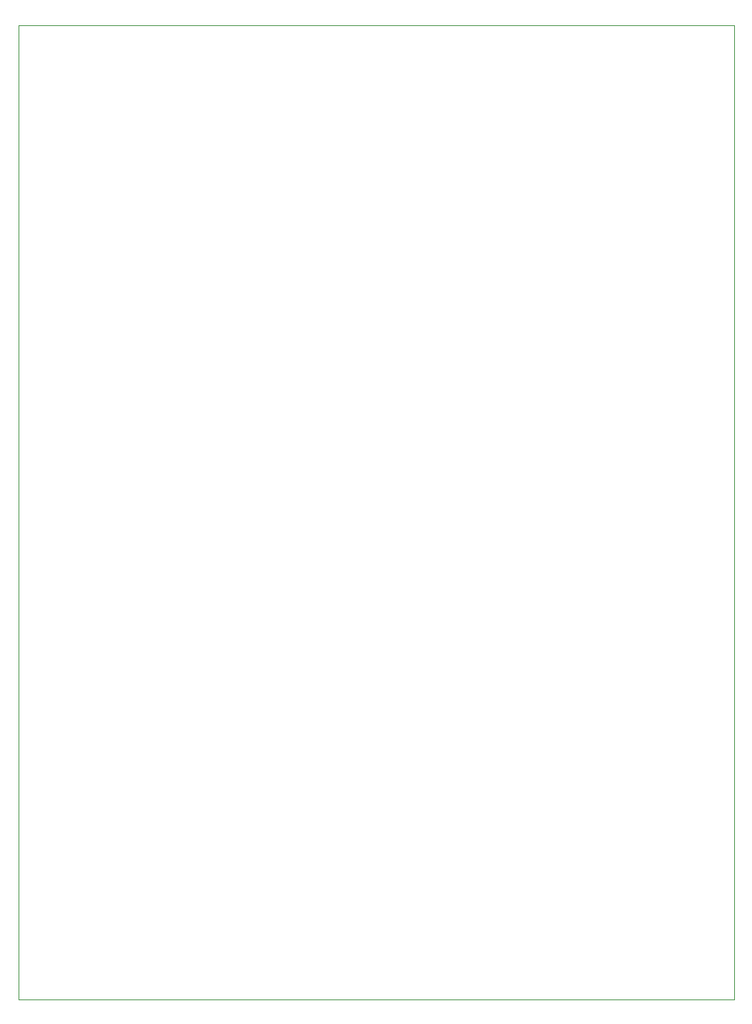
<source format=gm1>
G04 #@! TF.GenerationSoftware,KiCad,Pcbnew,8.0.2-1*
G04 #@! TF.CreationDate,2024-06-17T09:08:22+02:00*
G04 #@! TF.ProjectId,vixen,76697865-6e2e-46b6-9963-61645f706362,rev?*
G04 #@! TF.SameCoordinates,Original*
G04 #@! TF.FileFunction,Profile,NP*
%FSLAX46Y46*%
G04 Gerber Fmt 4.6, Leading zero omitted, Abs format (unit mm)*
G04 Created by KiCad (PCBNEW 8.0.2-1) date 2024-06-17 09:08:22*
%MOMM*%
%LPD*%
G01*
G04 APERTURE LIST*
G04 #@! TA.AperFunction,Profile*
%ADD10C,0.100000*%
G04 #@! TD*
G04 APERTURE END LIST*
D10*
X30000000Y-30000000D02*
X111600000Y-30000000D01*
X111600000Y-141000000D01*
X30000000Y-141000000D01*
X30000000Y-30000000D01*
M02*

</source>
